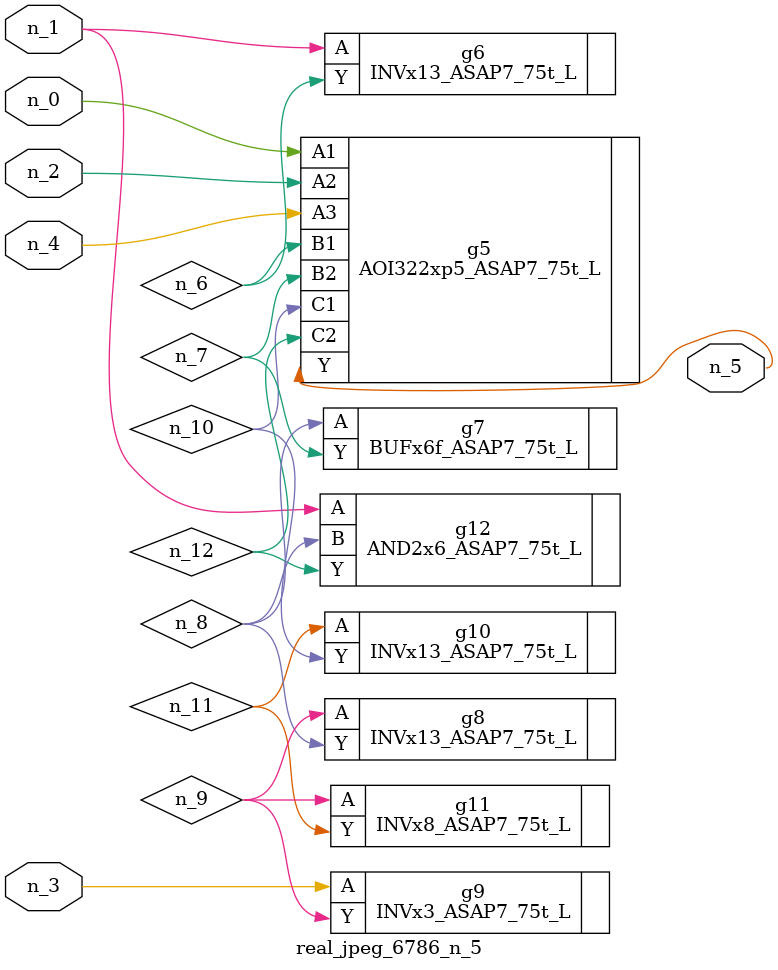
<source format=v>
module real_jpeg_6786_n_5 (n_4, n_0, n_1, n_2, n_3, n_5);

input n_4;
input n_0;
input n_1;
input n_2;
input n_3;

output n_5;

wire n_12;
wire n_8;
wire n_11;
wire n_6;
wire n_7;
wire n_10;
wire n_9;

AOI322xp5_ASAP7_75t_L g5 ( 
.A1(n_0),
.A2(n_2),
.A3(n_4),
.B1(n_6),
.B2(n_7),
.C1(n_10),
.C2(n_12),
.Y(n_5)
);

INVx13_ASAP7_75t_L g6 ( 
.A(n_1),
.Y(n_6)
);

AND2x6_ASAP7_75t_L g12 ( 
.A(n_1),
.B(n_8),
.Y(n_12)
);

INVx3_ASAP7_75t_L g9 ( 
.A(n_3),
.Y(n_9)
);

BUFx6f_ASAP7_75t_L g7 ( 
.A(n_8),
.Y(n_7)
);

INVx13_ASAP7_75t_L g8 ( 
.A(n_9),
.Y(n_8)
);

INVx8_ASAP7_75t_L g11 ( 
.A(n_9),
.Y(n_11)
);

INVx13_ASAP7_75t_L g10 ( 
.A(n_11),
.Y(n_10)
);


endmodule
</source>
